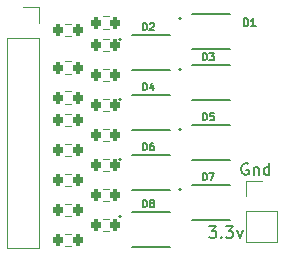
<source format=gto>
%TF.GenerationSoftware,KiCad,Pcbnew,(6.0.0)*%
%TF.CreationDate,2022-03-13T20:48:30-04:00*%
%TF.ProjectId,dual LED board,6475616c-204c-4454-9420-626f6172642e,rev?*%
%TF.SameCoordinates,Original*%
%TF.FileFunction,Legend,Top*%
%TF.FilePolarity,Positive*%
%FSLAX46Y46*%
G04 Gerber Fmt 4.6, Leading zero omitted, Abs format (unit mm)*
G04 Created by KiCad (PCBNEW (6.0.0)) date 2022-03-13 20:48:30*
%MOMM*%
%LPD*%
G01*
G04 APERTURE LIST*
G04 Aperture macros list*
%AMRoundRect*
0 Rectangle with rounded corners*
0 $1 Rounding radius*
0 $2 $3 $4 $5 $6 $7 $8 $9 X,Y pos of 4 corners*
0 Add a 4 corners polygon primitive as box body*
4,1,4,$2,$3,$4,$5,$6,$7,$8,$9,$2,$3,0*
0 Add four circle primitives for the rounded corners*
1,1,$1+$1,$2,$3*
1,1,$1+$1,$4,$5*
1,1,$1+$1,$6,$7*
1,1,$1+$1,$8,$9*
0 Add four rect primitives between the rounded corners*
20,1,$1+$1,$2,$3,$4,$5,0*
20,1,$1+$1,$4,$5,$6,$7,0*
20,1,$1+$1,$6,$7,$8,$9,0*
20,1,$1+$1,$8,$9,$2,$3,0*%
G04 Aperture macros list end*
%ADD10C,0.150000*%
%ADD11C,0.120000*%
%ADD12C,0.127000*%
%ADD13C,0.200000*%
%ADD14RoundRect,0.200000X-0.200000X-0.275000X0.200000X-0.275000X0.200000X0.275000X-0.200000X0.275000X0*%
%ADD15R,1.200000X0.900000*%
%ADD16R,1.700000X1.700000*%
%ADD17O,1.700000X1.700000*%
G04 APERTURE END LIST*
D10*
X174617142Y-70366000D02*
X174521904Y-70318380D01*
X174379047Y-70318380D01*
X174236190Y-70366000D01*
X174140952Y-70461238D01*
X174093333Y-70556476D01*
X174045714Y-70746952D01*
X174045714Y-70889809D01*
X174093333Y-71080285D01*
X174140952Y-71175523D01*
X174236190Y-71270761D01*
X174379047Y-71318380D01*
X174474285Y-71318380D01*
X174617142Y-71270761D01*
X174664761Y-71223142D01*
X174664761Y-70889809D01*
X174474285Y-70889809D01*
X175093333Y-70651714D02*
X175093333Y-71318380D01*
X175093333Y-70746952D02*
X175140952Y-70699333D01*
X175236190Y-70651714D01*
X175379047Y-70651714D01*
X175474285Y-70699333D01*
X175521904Y-70794571D01*
X175521904Y-71318380D01*
X176426666Y-71318380D02*
X176426666Y-70318380D01*
X176426666Y-71270761D02*
X176331428Y-71318380D01*
X176140952Y-71318380D01*
X176045714Y-71270761D01*
X175998095Y-71223142D01*
X175950476Y-71127904D01*
X175950476Y-70842190D01*
X175998095Y-70746952D01*
X176045714Y-70699333D01*
X176140952Y-70651714D01*
X176331428Y-70651714D01*
X176426666Y-70699333D01*
X171291428Y-75652380D02*
X171910476Y-75652380D01*
X171577142Y-76033333D01*
X171720000Y-76033333D01*
X171815238Y-76080952D01*
X171862857Y-76128571D01*
X171910476Y-76223809D01*
X171910476Y-76461904D01*
X171862857Y-76557142D01*
X171815238Y-76604761D01*
X171720000Y-76652380D01*
X171434285Y-76652380D01*
X171339047Y-76604761D01*
X171291428Y-76557142D01*
X172339047Y-76557142D02*
X172386666Y-76604761D01*
X172339047Y-76652380D01*
X172291428Y-76604761D01*
X172339047Y-76557142D01*
X172339047Y-76652380D01*
X172720000Y-75652380D02*
X173339047Y-75652380D01*
X173005714Y-76033333D01*
X173148571Y-76033333D01*
X173243809Y-76080952D01*
X173291428Y-76128571D01*
X173339047Y-76223809D01*
X173339047Y-76461904D01*
X173291428Y-76557142D01*
X173243809Y-76604761D01*
X173148571Y-76652380D01*
X172862857Y-76652380D01*
X172767619Y-76604761D01*
X172720000Y-76557142D01*
X173672380Y-75985714D02*
X173910476Y-76652380D01*
X174148571Y-75985714D01*
%TO.C,D8*%
X165679619Y-74079123D02*
X165679619Y-73439123D01*
X165832000Y-73439123D01*
X165923428Y-73469600D01*
X165984380Y-73530552D01*
X166014857Y-73591504D01*
X166045333Y-73713409D01*
X166045333Y-73804838D01*
X166014857Y-73926742D01*
X165984380Y-73987695D01*
X165923428Y-74048647D01*
X165832000Y-74079123D01*
X165679619Y-74079123D01*
X166411047Y-73713409D02*
X166350095Y-73682933D01*
X166319619Y-73652457D01*
X166289142Y-73591504D01*
X166289142Y-73561028D01*
X166319619Y-73500076D01*
X166350095Y-73469600D01*
X166411047Y-73439123D01*
X166532952Y-73439123D01*
X166593904Y-73469600D01*
X166624380Y-73500076D01*
X166654857Y-73561028D01*
X166654857Y-73591504D01*
X166624380Y-73652457D01*
X166593904Y-73682933D01*
X166532952Y-73713409D01*
X166411047Y-73713409D01*
X166350095Y-73743885D01*
X166319619Y-73774361D01*
X166289142Y-73835314D01*
X166289142Y-73957219D01*
X166319619Y-74018171D01*
X166350095Y-74048647D01*
X166411047Y-74079123D01*
X166532952Y-74079123D01*
X166593904Y-74048647D01*
X166624380Y-74018171D01*
X166654857Y-73957219D01*
X166654857Y-73835314D01*
X166624380Y-73774361D01*
X166593904Y-73743885D01*
X166532952Y-73713409D01*
%TO.C,D4*%
X165679619Y-64173123D02*
X165679619Y-63533123D01*
X165832000Y-63533123D01*
X165923428Y-63563600D01*
X165984380Y-63624552D01*
X166014857Y-63685504D01*
X166045333Y-63807409D01*
X166045333Y-63898838D01*
X166014857Y-64020742D01*
X165984380Y-64081695D01*
X165923428Y-64142647D01*
X165832000Y-64173123D01*
X165679619Y-64173123D01*
X166593904Y-63746457D02*
X166593904Y-64173123D01*
X166441523Y-63502647D02*
X166289142Y-63959790D01*
X166685333Y-63959790D01*
%TO.C,D7*%
X170759619Y-71793123D02*
X170759619Y-71153123D01*
X170912000Y-71153123D01*
X171003428Y-71183600D01*
X171064380Y-71244552D01*
X171094857Y-71305504D01*
X171125333Y-71427409D01*
X171125333Y-71518838D01*
X171094857Y-71640742D01*
X171064380Y-71701695D01*
X171003428Y-71762647D01*
X170912000Y-71793123D01*
X170759619Y-71793123D01*
X171338666Y-71153123D02*
X171765333Y-71153123D01*
X171491047Y-71793123D01*
%TO.C,D5*%
X170759619Y-66713123D02*
X170759619Y-66073123D01*
X170912000Y-66073123D01*
X171003428Y-66103600D01*
X171064380Y-66164552D01*
X171094857Y-66225504D01*
X171125333Y-66347409D01*
X171125333Y-66438838D01*
X171094857Y-66560742D01*
X171064380Y-66621695D01*
X171003428Y-66682647D01*
X170912000Y-66713123D01*
X170759619Y-66713123D01*
X171704380Y-66073123D02*
X171399619Y-66073123D01*
X171369142Y-66377885D01*
X171399619Y-66347409D01*
X171460571Y-66316933D01*
X171612952Y-66316933D01*
X171673904Y-66347409D01*
X171704380Y-66377885D01*
X171734857Y-66438838D01*
X171734857Y-66591219D01*
X171704380Y-66652171D01*
X171673904Y-66682647D01*
X171612952Y-66713123D01*
X171460571Y-66713123D01*
X171399619Y-66682647D01*
X171369142Y-66652171D01*
%TO.C,D6*%
X165679619Y-69253123D02*
X165679619Y-68613123D01*
X165832000Y-68613123D01*
X165923428Y-68643600D01*
X165984380Y-68704552D01*
X166014857Y-68765504D01*
X166045333Y-68887409D01*
X166045333Y-68978838D01*
X166014857Y-69100742D01*
X165984380Y-69161695D01*
X165923428Y-69222647D01*
X165832000Y-69253123D01*
X165679619Y-69253123D01*
X166593904Y-68613123D02*
X166472000Y-68613123D01*
X166411047Y-68643600D01*
X166380571Y-68674076D01*
X166319619Y-68765504D01*
X166289142Y-68887409D01*
X166289142Y-69131219D01*
X166319619Y-69192171D01*
X166350095Y-69222647D01*
X166411047Y-69253123D01*
X166532952Y-69253123D01*
X166593904Y-69222647D01*
X166624380Y-69192171D01*
X166654857Y-69131219D01*
X166654857Y-68978838D01*
X166624380Y-68917885D01*
X166593904Y-68887409D01*
X166532952Y-68856933D01*
X166411047Y-68856933D01*
X166350095Y-68887409D01*
X166319619Y-68917885D01*
X166289142Y-68978838D01*
%TO.C,D3*%
X170759619Y-61633123D02*
X170759619Y-60993123D01*
X170912000Y-60993123D01*
X171003428Y-61023600D01*
X171064380Y-61084552D01*
X171094857Y-61145504D01*
X171125333Y-61267409D01*
X171125333Y-61358838D01*
X171094857Y-61480742D01*
X171064380Y-61541695D01*
X171003428Y-61602647D01*
X170912000Y-61633123D01*
X170759619Y-61633123D01*
X171338666Y-60993123D02*
X171734857Y-60993123D01*
X171521523Y-61236933D01*
X171612952Y-61236933D01*
X171673904Y-61267409D01*
X171704380Y-61297885D01*
X171734857Y-61358838D01*
X171734857Y-61511219D01*
X171704380Y-61572171D01*
X171673904Y-61602647D01*
X171612952Y-61633123D01*
X171430095Y-61633123D01*
X171369142Y-61602647D01*
X171338666Y-61572171D01*
%TO.C,D2*%
X165679619Y-59093123D02*
X165679619Y-58453123D01*
X165832000Y-58453123D01*
X165923428Y-58483600D01*
X165984380Y-58544552D01*
X166014857Y-58605504D01*
X166045333Y-58727409D01*
X166045333Y-58818838D01*
X166014857Y-58940742D01*
X165984380Y-59001695D01*
X165923428Y-59062647D01*
X165832000Y-59093123D01*
X165679619Y-59093123D01*
X166289142Y-58514076D02*
X166319619Y-58483600D01*
X166380571Y-58453123D01*
X166532952Y-58453123D01*
X166593904Y-58483600D01*
X166624380Y-58514076D01*
X166654857Y-58575028D01*
X166654857Y-58635980D01*
X166624380Y-58727409D01*
X166258666Y-59093123D01*
X166654857Y-59093123D01*
%TO.C,D1*%
X174279619Y-58709523D02*
X174279619Y-58069523D01*
X174432000Y-58069523D01*
X174523428Y-58100000D01*
X174584380Y-58160952D01*
X174614857Y-58221904D01*
X174645333Y-58343809D01*
X174645333Y-58435238D01*
X174614857Y-58557142D01*
X174584380Y-58618095D01*
X174523428Y-58679047D01*
X174432000Y-58709523D01*
X174279619Y-58709523D01*
X175254857Y-58709523D02*
X174889142Y-58709523D01*
X175072000Y-58709523D02*
X175072000Y-58069523D01*
X175011047Y-58160952D01*
X174950095Y-58221904D01*
X174889142Y-58252380D01*
D11*
%TO.C,R10*%
X162322742Y-67422500D02*
X162797258Y-67422500D01*
X162322742Y-68467500D02*
X162797258Y-68467500D01*
D12*
%TO.C,D8*%
X164770000Y-77446000D02*
X167970000Y-77446000D01*
X164770000Y-74446000D02*
X167970000Y-74446000D01*
D13*
X163870000Y-74846000D02*
G75*
G03*
X163870000Y-74846000I-100000J0D01*
G01*
D12*
%TO.C,D4*%
X164770000Y-67540000D02*
X167970000Y-67540000D01*
X164770000Y-64540000D02*
X167970000Y-64540000D01*
D13*
X163870000Y-64940000D02*
G75*
G03*
X163870000Y-64940000I-100000J0D01*
G01*
D11*
%TO.C,R6*%
X162322742Y-63387500D02*
X162797258Y-63387500D01*
X162322742Y-62342500D02*
X162797258Y-62342500D01*
%TO.C,R3*%
X159147742Y-62752500D02*
X159622258Y-62752500D01*
X159147742Y-61707500D02*
X159622258Y-61707500D01*
D12*
%TO.C,D7*%
X169850000Y-72160000D02*
X173050000Y-72160000D01*
X169850000Y-75160000D02*
X173050000Y-75160000D01*
D13*
X168950000Y-72560000D02*
G75*
G03*
X168950000Y-72560000I-100000J0D01*
G01*
D12*
%TO.C,D5*%
X169850000Y-67080000D02*
X173050000Y-67080000D01*
X169850000Y-70080000D02*
X173050000Y-70080000D01*
D13*
X168950000Y-67480000D02*
G75*
G03*
X168950000Y-67480000I-100000J0D01*
G01*
D11*
%TO.C,R8*%
X162322742Y-65927500D02*
X162797258Y-65927500D01*
X162322742Y-64882500D02*
X162797258Y-64882500D01*
%TO.C,J2*%
X154245000Y-59690000D02*
X156905000Y-59690000D01*
X156905000Y-59690000D02*
X156905000Y-77530000D01*
X156905000Y-57090000D02*
X156905000Y-58420000D01*
X155575000Y-57090000D02*
X156905000Y-57090000D01*
X154245000Y-59690000D02*
X154245000Y-77530000D01*
X154245000Y-77530000D02*
X156905000Y-77530000D01*
D12*
%TO.C,D6*%
X164770000Y-69620000D02*
X167970000Y-69620000D01*
X164770000Y-72620000D02*
X167970000Y-72620000D01*
D13*
X163870000Y-70020000D02*
G75*
G03*
X163870000Y-70020000I-100000J0D01*
G01*
D11*
%TO.C,R2*%
X162322742Y-57897500D02*
X162797258Y-57897500D01*
X162322742Y-58942500D02*
X162797258Y-58942500D01*
%TO.C,R15*%
X159147742Y-77357500D02*
X159622258Y-77357500D01*
X159147742Y-76312500D02*
X159622258Y-76312500D01*
%TO.C,R12*%
X162322742Y-69962500D02*
X162797258Y-69962500D01*
X162322742Y-71007500D02*
X162797258Y-71007500D01*
%TO.C,R5*%
X159147742Y-65292500D02*
X159622258Y-65292500D01*
X159147742Y-64247500D02*
X159622258Y-64247500D01*
%TO.C,R13*%
X159147742Y-74817500D02*
X159622258Y-74817500D01*
X159147742Y-73772500D02*
X159622258Y-73772500D01*
%TO.C,R16*%
X162322742Y-75042500D02*
X162797258Y-75042500D01*
X162322742Y-76087500D02*
X162797258Y-76087500D01*
D12*
%TO.C,D3*%
X169850000Y-62000000D02*
X173050000Y-62000000D01*
X169850000Y-65000000D02*
X173050000Y-65000000D01*
D13*
X168950000Y-62400000D02*
G75*
G03*
X168950000Y-62400000I-100000J0D01*
G01*
D11*
%TO.C,R7*%
X159147742Y-66152500D02*
X159622258Y-66152500D01*
X159147742Y-67197500D02*
X159622258Y-67197500D01*
%TO.C,R14*%
X162322742Y-73547500D02*
X162797258Y-73547500D01*
X162322742Y-72502500D02*
X162797258Y-72502500D01*
%TO.C,R9*%
X159147742Y-69737500D02*
X159622258Y-69737500D01*
X159147742Y-68692500D02*
X159622258Y-68692500D01*
%TO.C,J1*%
X174438000Y-74417000D02*
X174438000Y-77017000D01*
X177098000Y-74417000D02*
X177098000Y-77017000D01*
X174438000Y-71817000D02*
X175768000Y-71817000D01*
X174438000Y-73147000D02*
X174438000Y-71817000D01*
X174438000Y-74417000D02*
X177098000Y-74417000D01*
X174438000Y-77017000D02*
X177098000Y-77017000D01*
D12*
%TO.C,D2*%
X164770000Y-59460000D02*
X167970000Y-59460000D01*
X164770000Y-62460000D02*
X167970000Y-62460000D01*
D13*
X163870000Y-59860000D02*
G75*
G03*
X163870000Y-59860000I-100000J0D01*
G01*
D11*
%TO.C,R11*%
X159147742Y-72277500D02*
X159622258Y-72277500D01*
X159147742Y-71232500D02*
X159622258Y-71232500D01*
%TO.C,R1*%
X159147742Y-58532500D02*
X159622258Y-58532500D01*
X159147742Y-59577500D02*
X159622258Y-59577500D01*
D12*
%TO.C,D1*%
X169850000Y-57682000D02*
X173050000Y-57682000D01*
X169850000Y-60682000D02*
X173050000Y-60682000D01*
D13*
X168950000Y-58082000D02*
G75*
G03*
X168950000Y-58082000I-100000J0D01*
G01*
D11*
%TO.C,R4*%
X162322742Y-60847500D02*
X162797258Y-60847500D01*
X162322742Y-59802500D02*
X162797258Y-59802500D01*
%TD*%
%LPC*%
D14*
%TO.C,R10*%
X161735000Y-67945000D03*
X163385000Y-67945000D03*
%TD*%
D15*
%TO.C,D8*%
X164970000Y-75221000D03*
X167770000Y-75221000D03*
X167770000Y-76671000D03*
X164970000Y-76671000D03*
%TD*%
%TO.C,D4*%
X164970000Y-65315000D03*
X167770000Y-65315000D03*
X167770000Y-66765000D03*
X164970000Y-66765000D03*
%TD*%
D14*
%TO.C,R6*%
X161735000Y-62865000D03*
X163385000Y-62865000D03*
%TD*%
%TO.C,R3*%
X158560000Y-62230000D03*
X160210000Y-62230000D03*
%TD*%
D15*
%TO.C,D7*%
X170050000Y-72935000D03*
X172850000Y-72935000D03*
X172850000Y-74385000D03*
X170050000Y-74385000D03*
%TD*%
%TO.C,D5*%
X170050000Y-67855000D03*
X172850000Y-67855000D03*
X172850000Y-69305000D03*
X170050000Y-69305000D03*
%TD*%
D14*
%TO.C,R8*%
X161735000Y-65405000D03*
X163385000Y-65405000D03*
%TD*%
D16*
%TO.C,J2*%
X155575000Y-58420000D03*
D17*
X155575000Y-60960000D03*
X155575000Y-63500000D03*
X155575000Y-66040000D03*
X155575000Y-68580000D03*
X155575000Y-71120000D03*
X155575000Y-73660000D03*
X155575000Y-76200000D03*
%TD*%
D15*
%TO.C,D6*%
X164970000Y-70395000D03*
X167770000Y-70395000D03*
X167770000Y-71845000D03*
X164970000Y-71845000D03*
%TD*%
D14*
%TO.C,R2*%
X161735000Y-58420000D03*
X163385000Y-58420000D03*
%TD*%
%TO.C,R15*%
X158560000Y-76835000D03*
X160210000Y-76835000D03*
%TD*%
%TO.C,R12*%
X161735000Y-70485000D03*
X163385000Y-70485000D03*
%TD*%
%TO.C,R5*%
X158560000Y-64770000D03*
X160210000Y-64770000D03*
%TD*%
%TO.C,R13*%
X158560000Y-74295000D03*
X160210000Y-74295000D03*
%TD*%
%TO.C,R16*%
X161735000Y-75565000D03*
X163385000Y-75565000D03*
%TD*%
D15*
%TO.C,D3*%
X170050000Y-62775000D03*
X172850000Y-62775000D03*
X172850000Y-64225000D03*
X170050000Y-64225000D03*
%TD*%
D14*
%TO.C,R7*%
X158560000Y-66675000D03*
X160210000Y-66675000D03*
%TD*%
%TO.C,R14*%
X161735000Y-73025000D03*
X163385000Y-73025000D03*
%TD*%
%TO.C,R9*%
X158560000Y-69215000D03*
X160210000Y-69215000D03*
%TD*%
D16*
%TO.C,J1*%
X175768000Y-73147000D03*
D17*
X175768000Y-75687000D03*
%TD*%
D15*
%TO.C,D2*%
X164970000Y-60235000D03*
X167770000Y-60235000D03*
X167770000Y-61685000D03*
X164970000Y-61685000D03*
%TD*%
D14*
%TO.C,R11*%
X158560000Y-71755000D03*
X160210000Y-71755000D03*
%TD*%
%TO.C,R1*%
X158560000Y-59055000D03*
X160210000Y-59055000D03*
%TD*%
D15*
%TO.C,D1*%
X170050000Y-58457000D03*
X172850000Y-58457000D03*
X172850000Y-59907000D03*
X170050000Y-59907000D03*
%TD*%
D14*
%TO.C,R4*%
X161735000Y-60325000D03*
X163385000Y-60325000D03*
%TD*%
M02*

</source>
